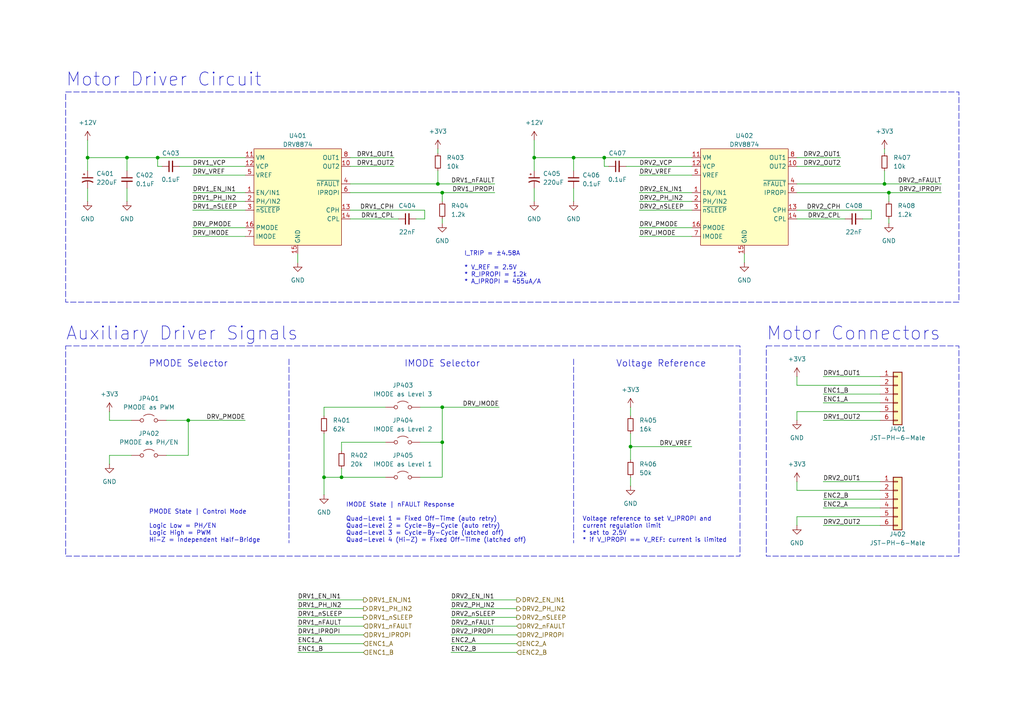
<source format=kicad_sch>
(kicad_sch (version 20231120) (generator "eeschema") (generator_version "8.0")
  (paper "A4")
  (title_block (title "LizardBot 1 Control Board: Motor Driver") (date "2024-06-21") (rev "v1.0.0") (company "Lizard Electronics") (comment 1 "Designed by: Manuel Lagarto"))
  (lib_symbols
    (symbol "Connector_Generic:Conn_01x06" (pin_names (offset 1.016) hide)
      (property "Reference" "J" (at 0 7.62 0))
      (property "Value" "Conn_01x06" (at 0 -10.16 0))
      (symbol "Conn_01x06_1_1"
        (rectangle (start -1.27 -7.493) (end 0 -7.747) (stroke (width 0.1524)))
        (rectangle (start -1.27 -4.953) (end 0 -5.207) (stroke (width 0.1524)))
        (rectangle (start -1.27 -2.413) (end 0 -2.667) (stroke (width 0.1524)))
        (rectangle (start -1.27 0.127) (end 0 -0.127) (stroke (width 0.1524)))
        (rectangle (start -1.27 2.667) (end 0 2.413) (stroke (width 0.1524)))
        (rectangle (start -1.27 5.207) (end 0 4.953) (stroke (width 0.1524)))
        (rectangle (start -1.27 6.35) (end 1.27 -8.89) (stroke (width 0.254)) (fill (type background)))
        (pin passive line (at -5.08 5.08 0) (length 3.81) (name "Pin_1") (number "1"))
        (pin passive line (at -5.08 2.54 0) (length 3.81) (name "Pin_2") (number "2"))
        (pin passive line (at -5.08 0 0) (length 3.81) (name "Pin_3") (number "3"))
        (pin passive line (at -5.08 -2.54 0) (length 3.81) (name "Pin_4") (number "4"))
        (pin passive line (at -5.08 -5.08 0) (length 3.81) (name "Pin_5") (number "5"))
        (pin passive line (at -5.08 -7.62 0) (length 3.81) (name "Pin_6") (number "6"))
      )
    )
    (symbol "Device:C_Polarized_Small_US" (pin_numbers hide) (pin_names (offset 0.254) hide)
      (property "Reference" "C" (at 0.254 1.778 0))
      (property "Value" "C_Polarized_Small_US" (at 0.254 -2.032 0))
      (symbol "C_Polarized_Small_US_0_1"
        (polyline (pts (xy -1.524 0.508) (xy 1.524 0.508)) (stroke (width 0.3048)))
        (polyline (pts (xy -1.27 1.524) (xy -0.762 1.524)))
        (polyline (pts (xy -1.016 1.27) (xy -1.016 1.778)))
        (arc (start 1.524 -0.762) (mid 0 -0.3734) (end -1.524 -0.762) (stroke (width 0.3048)))
      )
      (symbol "C_Polarized_Small_US_1_1"
        (pin passive line (at 0 2.54 270) (length 2.032) (name "~") (number "1"))
        (pin passive line (at 0 -2.54 90) (length 2.032) (name "~") (number "2"))
      )
    )
    (symbol "Device:C_Small" (pin_numbers hide) (pin_names (offset 0.254) hide)
      (property "Reference" "C" (at 0.254 1.778 0))
      (property "Value" "C_Small" (at 0.254 -2.032 0))
      (symbol "C_Small_0_1"
        (polyline (pts (xy -1.524 -0.508) (xy 1.524 -0.508)) (stroke (width 0.3302)))
        (polyline (pts (xy -1.524 0.508) (xy 1.524 0.508)) (stroke (width 0.3048)))
      )
      (symbol "C_Small_1_1"
        (pin passive line (at 0 2.54 270) (length 2.032) (name "~") (number "1"))
        (pin passive line (at 0 -2.54 90) (length 2.032) (name "~") (number "2"))
      )
    )
    (symbol "Device:R_Small" (pin_numbers hide) (pin_names (offset 0.254) hide)
      (property "Reference" "R" (at 0.762 0.508 0))
      (property "Value" "R_Small" (at 0.762 -1.016 0))
      (symbol "R_Small_0_1"
        (rectangle (start -0.762 1.778) (end 0.762 -1.778) (stroke (width 0.2032)))
      )
      (symbol "R_Small_1_1"
        (pin passive line (at 0 2.54 270) (length 0.762) (name "~") (number "1"))
        (pin passive line (at 0 -2.54 90) (length 0.762) (name "~") (number "2"))
      )
    )
    (symbol "Jumper:Jumper_2_Open" (pin_numbers hide) (pin_names (offset 0) hide) (exclude_from_sim yes)
      (property "Reference" "JP" (at 0 2.794 0))
      (property "Value" "Jumper_2_Open" (at 0 -2.286 0))
      (symbol "Jumper_2_Open_0_0"
        (circle (center -2.032 0) (radius 0.508))
        (circle (center 2.032 0) (radius 0.508))
      )
      (symbol "Jumper_2_Open_0_1"
        (arc (start 1.524 1.27) (mid 0 1.778) (end -1.524 1.27))
      )
      (symbol "Jumper_2_Open_1_1"
        (pin passive line (at -5.08 0 0) (length 2.54) (name "A") (number "1"))
        (pin passive line (at 5.08 0 180) (length 2.54) (name "B") (number "2"))
      )
    )
    (symbol "Project_SymbolLib:DRV8874"
      (property "Reference" "U" (at 0 16.51 0))
      (property "Value" "DRV8874" (at 0 13.97 0))
      (symbol "DRV8874_1_1"
        (rectangle (start -12.7 12.7) (end 12.7 -15.24) (fill (type background)))
        (pin input line (at -15.24 0 0) (length 2.54) (name "EN/IN1") (number "1"))
        (pin output line (at 15.24 7.62 180) (length 2.54) (name "OUT2") (number "10"))
        (pin power_in line (at -15.24 10.16 0) (length 2.54) (name "VM") (number "11"))
        (pin power_out line (at -15.24 7.62 0) (length 2.54) (name "VCP") (number "12"))
        (pin power_in line (at 15.24 -5.08 180) (length 2.54) (name "CPH") (number "13"))
        (pin power_in line (at 15.24 -7.62 180) (length 2.54) (name "CPL") (number "14"))
        (pin power_in line (at 0 -17.78 90) (length 2.54) (name "GND") (number "15"))
        (pin input line (at -15.24 -10.16 0) (length 2.54) (name "PMODE") (number "16"))
        (pin power_in line (at 0 -17.78 90) (length 2.54) hide (name "PAD") (number "17"))
        (pin input line (at -15.24 -2.54 0) (length 2.54) (name "PH/IN2") (number "2"))
        (pin input line (at -15.24 -5.08 0) (length 2.54) (name "~{nSLEEP}") (number "3"))
        (pin open_collector line (at 15.24 2.54 180) (length 2.54) (name "~{nFAULT}") (number "4"))
        (pin input line (at -15.24 5.08 0) (length 2.54) (name "VREF") (number "5"))
        (pin output line (at 15.24 0 180) (length 2.54) (name "IPROPI") (number "6"))
        (pin input line (at -15.24 -12.7 0) (length 2.54) (name "IMODE") (number "7"))
        (pin output line (at 15.24 10.16 180) (length 2.54) (name "OUT1") (number "8"))
        (pin power_in line (at 0 -17.78 90) (length 2.54) hide (name "PGND") (number "9"))
      )
    )
    (symbol "power:+12V" (power) (pin_numbers hide) (pin_names (offset 0) hide)
      (property "Value" "+12V" (at 0 3.556 0))
      (symbol "+12V_0_1"
        (polyline (pts (xy -0.762 1.27) (xy 0 2.54)))
        (polyline (pts (xy 0 0) (xy 0 2.54)))
        (polyline (pts (xy 0 2.54) (xy 0.762 1.27)))
      )
      (symbol "+12V_1_1"
        (pin power_in line (at 0 0 90) (length 0) (name "~") (number "1"))
      )
    )
    (symbol "power:+3V3" (power) (pin_numbers hide) (pin_names (offset 0) hide)
      (property "Value" "+3V3" (at 0 3.556 0))
      (symbol "+3V3_0_1"
        (polyline (pts (xy -0.762 1.27) (xy 0 2.54)))
        (polyline (pts (xy 0 0) (xy 0 2.54)))
        (polyline (pts (xy 0 2.54) (xy 0.762 1.27)))
      )
      (symbol "+3V3_1_1"
        (pin power_in line (at 0 0 90) (length 0) (name "~") (number "1"))
      )
    )
    (symbol "power:GND" (power) (pin_numbers hide) (pin_names (offset 0) hide)
      (property "Value" "GND" (at 0 -3.81 0))
      (symbol "GND_0_1"
        (polyline (pts (xy 0 0) (xy 0 -1.27) (xy 1.27 -1.27) (xy 0 -2.54) (xy -1.27 -1.27) (xy 0 -1.27)))
      )
      (symbol "GND_1_1"
        (pin power_in line (at 0 0 270) (length 0) (name "~") (number "1"))
      )
    )
  )
  (junction (at 127 53.34))
  (junction (at 93.98 138.43))
  (junction (at 99.06 138.43))
  (junction (at 128.27 118.11))
  (junction (at 25.4 45.72))
  (junction (at 45.72 45.72))
  (junction (at 128.27 128.27))
  (junction (at 182.88 129.54))
  (junction (at 128.27 55.88))
  (junction (at 154.94 45.72))
  (junction (at 257.81 55.88))
  (junction (at 36.83 45.72))
  (junction (at 166.37 45.72))
  (junction (at 256.54 53.34))
  (junction (at 175.26 45.72))
  (junction (at 54.61 121.92))
  (polyline (pts (xy 83.82 104.14) (xy 83.82 157.48)) (stroke (width 0) (type dash)))
  (wire (pts (xy 257.81 55.88) (xy 273.05 55.88)))
  (wire (pts (xy 86.36 179.07) (xy 105.41 179.07)))
  (wire (pts (xy 128.27 55.88) (xy 128.27 58.42)))
  (wire (pts (xy 31.75 134.62) (xy 31.75 132.08)))
  (wire (pts (xy 101.6 60.96) (xy 123.19 60.96)))
  (wire (pts (xy 45.72 45.72) (xy 45.72 48.26)))
  (wire (pts (xy 25.4 45.72) (xy 36.83 45.72)))
  (wire (pts (xy 127 53.34) (xy 143.51 53.34)))
  (wire (pts (xy 55.88 66.04) (xy 71.12 66.04)))
  (wire (pts (xy 182.88 129.54) (xy 200.66 129.54)))
  (wire (pts (xy 130.81 173.99) (xy 149.86 173.99)))
  (wire (pts (xy 101.6 48.26) (xy 114.3 48.26)))
  (wire (pts (xy 121.92 118.11) (xy 128.27 118.11)))
  (wire (pts (xy 55.88 60.96) (xy 71.12 60.96)))
  (wire (pts (xy 231.14 48.26) (xy 243.84 48.26)))
  (wire (pts (xy 55.88 68.58) (xy 71.12 68.58)))
  (wire (pts (xy 256.54 53.34) (xy 273.05 53.34)))
  (wire (pts (xy 182.88 129.54) (xy 182.88 133.35)))
  (wire (pts (xy 25.4 54.61) (xy 25.4 58.42)))
  (wire (pts (xy 252.73 63.5) (xy 252.73 60.96)))
  (wire (pts (xy 154.94 45.72) (xy 166.37 45.72)))
  (wire (pts (xy 257.81 55.88) (xy 257.81 58.42)))
  (wire (pts (xy 256.54 43.18) (xy 256.54 44.45)))
  (wire (pts (xy 99.06 130.81) (xy 99.06 128.27)))
  (wire (pts (xy 128.27 55.88) (xy 143.51 55.88)))
  (wire (pts (xy 130.81 184.15) (xy 149.86 184.15)))
  (wire (pts (xy 231.14 55.88) (xy 257.81 55.88)))
  (wire (pts (xy 99.06 138.43) (xy 111.76 138.43)))
  (wire (pts (xy 111.76 118.11) (xy 93.98 118.11)))
  (wire (pts (xy 36.83 45.72) (xy 45.72 45.72)))
  (wire (pts (xy 185.42 58.42) (xy 200.66 58.42)))
  (wire (pts (xy 52.07 48.26) (xy 71.12 48.26)))
  (wire (pts (xy 128.27 63.5) (xy 128.27 64.77)))
  (wire (pts (xy 154.94 40.64) (xy 154.94 45.72)))
  (wire (pts (xy 238.76 139.7) (xy 255.27 139.7)))
  (wire (pts (xy 231.14 60.96) (xy 252.73 60.96)))
  (wire (pts (xy 127 49.53) (xy 127 53.34)))
  (wire (pts (xy 121.92 128.27) (xy 128.27 128.27)))
  (wire (pts (xy 101.6 45.72) (xy 114.3 45.72)))
  (wire (pts (xy 86.36 181.61) (xy 105.41 181.61)))
  (wire (pts (xy 36.83 45.72) (xy 36.83 49.53)))
  (wire (pts (xy 231.14 139.7) (xy 231.14 142.24)))
  (wire (pts (xy 31.75 132.08) (xy 38.1 132.08)))
  (wire (pts (xy 238.76 116.84) (xy 255.27 116.84)))
  (wire (pts (xy 48.26 121.92) (xy 54.61 121.92)))
  (wire (pts (xy 185.42 55.88) (xy 200.66 55.88)))
  (wire (pts (xy 86.36 173.99) (xy 105.41 173.99)))
  (wire (pts (xy 231.14 111.76) (xy 255.27 111.76)))
  (wire (pts (xy 54.61 121.92) (xy 71.12 121.92)))
  (wire (pts (xy 130.81 179.07) (xy 149.86 179.07)))
  (wire (pts (xy 55.88 50.8) (xy 71.12 50.8)))
  (wire (pts (xy 86.36 189.23) (xy 105.41 189.23)))
  (wire (pts (xy 231.14 152.4) (xy 231.14 149.86)))
  (wire (pts (xy 128.27 138.43) (xy 128.27 128.27)))
  (wire (pts (xy 55.88 58.42) (xy 71.12 58.42)))
  (wire (pts (xy 176.53 48.26) (xy 175.26 48.26)))
  (wire (pts (xy 175.26 45.72) (xy 200.66 45.72)))
  (wire (pts (xy 127 43.18) (xy 127 44.45)))
  (wire (pts (xy 182.88 118.11) (xy 182.88 120.65)))
  (polyline (pts (xy 166.37 104.14) (xy 166.37 157.48)) (stroke (width 0) (type dash)))
  (wire (pts (xy 86.36 176.53) (xy 105.41 176.53)))
  (wire (pts (xy 256.54 49.53) (xy 256.54 53.34)))
  (wire (pts (xy 93.98 138.43) (xy 99.06 138.43)))
  (wire (pts (xy 215.9 73.66) (xy 215.9 76.2)))
  (wire (pts (xy 257.81 63.5) (xy 257.81 64.77)))
  (wire (pts (xy 238.76 121.92) (xy 255.27 121.92)))
  (wire (pts (xy 120.65 63.5) (xy 123.19 63.5)))
  (wire (pts (xy 25.4 45.72) (xy 25.4 49.53)))
  (wire (pts (xy 128.27 118.11) (xy 144.78 118.11)))
  (wire (pts (xy 231.14 121.92) (xy 231.14 119.38)))
  (wire (pts (xy 231.14 53.34) (xy 256.54 53.34)))
  (wire (pts (xy 154.94 54.61) (xy 154.94 58.42)))
  (wire (pts (xy 181.61 48.26) (xy 200.66 48.26)))
  (wire (pts (xy 231.14 109.22) (xy 231.14 111.76)))
  (wire (pts (xy 45.72 45.72) (xy 71.12 45.72)))
  (wire (pts (xy 231.14 63.5) (xy 245.11 63.5)))
  (wire (pts (xy 48.26 132.08) (xy 54.61 132.08)))
  (wire (pts (xy 250.19 63.5) (xy 252.73 63.5)))
  (wire (pts (xy 121.92 138.43) (xy 128.27 138.43)))
  (wire (pts (xy 99.06 135.89) (xy 99.06 138.43)))
  (wire (pts (xy 231.14 45.72) (xy 243.84 45.72)))
  (wire (pts (xy 93.98 118.11) (xy 93.98 120.65)))
  (wire (pts (xy 55.88 55.88) (xy 71.12 55.88)))
  (wire (pts (xy 238.76 152.4) (xy 255.27 152.4)))
  (wire (pts (xy 175.26 45.72) (xy 175.26 48.26)))
  (wire (pts (xy 130.81 189.23) (xy 149.86 189.23)))
  (wire (pts (xy 166.37 54.61) (xy 166.37 58.42)))
  (wire (pts (xy 31.75 119.38) (xy 31.75 121.92)))
  (wire (pts (xy 128.27 118.11) (xy 128.27 128.27)))
  (wire (pts (xy 93.98 143.51) (xy 93.98 138.43)))
  (wire (pts (xy 46.99 48.26) (xy 45.72 48.26)))
  (wire (pts (xy 86.36 184.15) (xy 105.41 184.15)))
  (wire (pts (xy 93.98 125.73) (xy 93.98 138.43)))
  (wire (pts (xy 36.83 54.61) (xy 36.83 58.42)))
  (wire (pts (xy 185.42 66.04) (xy 200.66 66.04)))
  (wire (pts (xy 231.14 119.38) (xy 255.27 119.38)))
  (wire (pts (xy 101.6 53.34) (xy 127 53.34)))
  (wire (pts (xy 231.14 149.86) (xy 255.27 149.86)))
  (wire (pts (xy 185.42 50.8) (xy 200.66 50.8)))
  (wire (pts (xy 182.88 125.73) (xy 182.88 129.54)))
  (wire (pts (xy 31.75 121.92) (xy 38.1 121.92)))
  (wire (pts (xy 86.36 73.66) (xy 86.36 76.2)))
  (wire (pts (xy 166.37 45.72) (xy 166.37 49.53)))
  (wire (pts (xy 99.06 128.27) (xy 111.76 128.27)))
  (wire (pts (xy 238.76 147.32) (xy 255.27 147.32)))
  (wire (pts (xy 130.81 176.53) (xy 149.86 176.53)))
  (wire (pts (xy 166.37 45.72) (xy 175.26 45.72)))
  (wire (pts (xy 86.36 186.69) (xy 105.41 186.69)))
  (wire (pts (xy 185.42 60.96) (xy 200.66 60.96)))
  (wire (pts (xy 123.19 63.5) (xy 123.19 60.96)))
  (wire (pts (xy 25.4 40.64) (xy 25.4 45.72)))
  (wire (pts (xy 238.76 114.3) (xy 255.27 114.3)))
  (wire (pts (xy 238.76 144.78) (xy 255.27 144.78)))
  (wire (pts (xy 130.81 181.61) (xy 149.86 181.61)))
  (wire (pts (xy 130.81 186.69) (xy 149.86 186.69)))
  (wire (pts (xy 54.61 121.92) (xy 54.61 132.08)))
  (wire (pts (xy 182.88 138.43) (xy 182.88 140.97)))
  (wire (pts (xy 238.76 109.22) (xy 255.27 109.22)))
  (wire (pts (xy 101.6 63.5) (xy 115.57 63.5)))
  (wire (pts (xy 185.42 68.58) (xy 200.66 68.58)))
  (wire (pts (xy 154.94 45.72) (xy 154.94 49.53)))
  (wire (pts (xy 231.14 142.24) (xy 255.27 142.24)))
  (wire (pts (xy 101.6 55.88) (xy 128.27 55.88)))
  (rectangle (start 222.25 100.33) (end 278.13 161.29) (stroke (width 0) (type dash)))
  (rectangle (start 19.05 100.33) (end 214.63 161.29) (stroke (width 0) (type dash)))
  (rectangle (start 19.05 26.67) (end 278.13 87.63) (stroke (width 0) (type dash)))
  (text "I_TRIP = ±4.58A\n\n* V_REF = 2.5V\n* R_IPROPI = 1.2k\n* A_IPROPI = 455uA/A" (at 134.62 82.55 0) (effects (font (size 1.27 1.27)) (justify left bottom)))
  (text "IMODE State | nFAULT Response\n\nQuad-Level 1 = Fixed Off-Time (auto retry)\nQuad-Level 2 = Cycle-By-Cycle (auto retry)\nQuad-Level 3 = Cycle-By-Cycle (latched off)\nQuad-Level 4 (Hi-Z) = Fixed Off-Time (latched off)" (at 100.33 157.48 0) (effects (font (size 1.27 1.27)) (justify left bottom)))
  (text "Voltage Reference" (at 191.77 106.68 0) (effects (font (size 1.905 1.905)) (justify bottom)))
  (text "IMODE Selector" (at 128.27 106.68 0) (effects (font (size 1.905 1.905)) (justify bottom)))
  (text "Motor Driver Circuit" (at 19.05 25.4 0) (effects (font (size 3.81 3.81)) (justify left bottom)))
  (text "PMODE Selector" (at 54.61 106.68 0) (effects (font (size 1.905 1.905)) (justify bottom)))
  (text "PMODE State | Control Mode\n\nLogic Low = PH/EN\nLogic High = PWM\nHi-Z = Independent Half-Bridge" (at 43.18 157.48 0) (effects (font (size 1.27 1.27)) (justify left bottom)))
  (text "Auxiliary Driver Signals" (at 19.05 99.06 0) (effects (font (size 3.81 3.81)) (justify left bottom)))
  (text "Motor Connectors" (at 222.25 99.06 0) (effects (font (size 3.81 3.81)) (justify left bottom)))
  (text "Voltage reference to set V_IPROPI and\ncurrent regulation limit\n* set to 2.5V\n* if V_IPROPI == V_REF: current is limited" (at 168.91 157.48 0) (effects (font (size 1.27 1.27)) (justify left bottom)))
  (label "DRV_PMODE" (at 55.88 66.04 0))
  (label "DRV1_IPROPI" (at 86.36 184.15 0))
  (label "DRV2_EN_IN1" (at 130.81 173.99 0))
  (label "DRV1_OUT1" (at 114.3 45.72 180))
  (label "DRV2_IPROPI" (at 130.81 184.15 0))
  (label "ENC2_B" (at 238.76 144.78 0))
  (label "DRV2_OUT2" (at 238.76 152.4 0))
  (label "DRV2_OUT1" (at 238.76 139.7 0))
  (label "DRV2_nFAULT" (at 273.05 53.34 180))
  (label "ENC1_A" (at 238.76 116.84 0))
  (label "ENC2_A" (at 130.81 186.69 0))
  (label "ENC1_A" (at 86.36 186.69 0))
  (label "DRV1_nSLEEP" (at 86.36 179.07 0))
  (label "DRV1_CPL" (at 114.3 63.5 180))
  (label "DRV1_CPH" (at 114.3 60.96 180))
  (label "DRV1_nFAULT" (at 143.51 53.34 180))
  (label "DRV_IMODE" (at 55.88 68.58 0))
  (label "DRV1_EN_IN1" (at 86.36 173.99 0))
  (label "DRV1_nFAULT" (at 86.36 181.61 0))
  (label "DRV_PMODE" (at 71.12 121.92 180))
  (label "DRV2_nFAULT" (at 130.81 181.61 0))
  (label "ENC1_B" (at 86.36 189.23 0))
  (label "DRV2_OUT2" (at 243.84 48.26 180))
  (label "DRV2_VCP" (at 185.42 48.26 0))
  (label "DRV1_nSLEEP" (at 55.88 60.96 0))
  (label "DRV2_nSLEEP" (at 185.42 60.96 0))
  (label "DRV2_PH_IN2" (at 185.42 58.42 0))
  (label "DRV1_EN_IN1" (at 55.88 55.88 0))
  (label "DRV1_VCP" (at 55.88 48.26 0))
  (label "DRV1_OUT2" (at 114.3 48.26 180))
  (label "DRV1_PH_IN2" (at 86.36 176.53 0))
  (label "DRV_VREF" (at 55.88 50.8 0))
  (label "ENC2_B" (at 130.81 189.23 0))
  (label "DRV1_OUT2" (at 238.76 121.92 0))
  (label "DRV1_PH_IN2" (at 55.88 58.42 0))
  (label "DRV2_CPL" (at 243.84 63.5 180))
  (label "ENC2_A" (at 238.76 147.32 0))
  (label "DRV_IMODE" (at 144.78 118.11 180))
  (label "DRV_VREF" (at 200.66 129.54 180))
  (label "DRV2_PH_IN2" (at 130.81 176.53 0))
  (label "DRV2_CPH" (at 243.84 60.96 180))
  (label "DRV_VREF" (at 185.42 50.8 0))
  (label "DRV_IMODE" (at 185.42 68.58 0))
  (label "DRV1_IPROPI" (at 143.51 55.88 180))
  (label "DRV2_OUT1" (at 243.84 45.72 180))
  (label "DRV2_nSLEEP" (at 130.81 179.07 0))
  (label "DRV2_EN_IN1" (at 185.42 55.88 0))
  (label "DRV_PMODE" (at 185.42 66.04 0))
  (label "ENC1_B" (at 238.76 114.3 0))
  (label "DRV1_OUT1" (at 238.76 109.22 0))
  (label "DRV2_IPROPI" (at 273.05 55.88 180))
  (hierarchical_label "DRV1_IPROPI" (shape input) (at 105.41 184.15 0))
  (hierarchical_label "DRV2_nFAULT" (shape input) (at 149.86 181.61 0))
  (hierarchical_label "DRV2_EN_IN1" (shape output) (at 149.86 173.99 0))
  (hierarchical_label "ENC1_A" (shape input) (at 105.41 186.69 0))
  (hierarchical_label "ENC2_B" (shape input) (at 149.86 189.23 0))
  (hierarchical_label "DRV1_EN_IN1" (shape output) (at 105.41 173.99 0))
  (hierarchical_label "ENC1_B" (shape input) (at 105.41 189.23 0))
  (hierarchical_label "DRV1_nSLEEP" (shape output) (at 105.41 179.07 0))
  (hierarchical_label "DRV1_nFAULT" (shape input) (at 105.41 181.61 0))
  (hierarchical_label "ENC2_A" (shape input) (at 149.86 186.69 0))
  (hierarchical_label "DRV2_IPROPI" (shape input) (at 149.86 184.15 0))
  (hierarchical_label "DRV2_PH_IN2" (shape output) (at 149.86 176.53 0))
  (hierarchical_label "DRV1_PH_IN2" (shape output) (at 105.41 176.53 0))
  (hierarchical_label "DRV2_nSLEEP" (shape output) (at 149.86 179.07 0))
  (symbol (lib_id "power:+3V3") (at 182.88 118.11 0) (unit 1)
    (property "Reference" "#PWR0413" (effects (hide yes)))
    (property "Value" "+3V3" (at 182.88 113.03 0))
    (property "Description" "Power symbol creates a global label with name \"+3V3\"" (effects (hide yes)))
  )
  (symbol (lib_id "power:GND") (at 231.14 121.92 0) (unit 1)
    (property "Reference" "#PWR0417" (effects (hide yes)))
    (property "Value" "GND" (at 231.14 127 0))
    (property "Description" "Power symbol creates a global label with name \"GND\" , ground" (effects (hide yes)))
  )
  (symbol (lib_id "Device:R_Small") (at 127 46.99 0) (unit 1)
    (property "Reference" "R403" (at 129.54 45.7199 0) (effects (justify left)))
    (property "Value" "10k" (at 129.54 48.2599 0) (effects (justify left)))
    (property "Footprint" "Resistor_SMD:R_0805_2012Metric_Pad1.20x1.40mm_HandSolder" (effects (hide yes)))
    (property "Description" "Resistor, small symbol" (effects (hide yes)))
  )
  (symbol (lib_id "power:+12V") (at 154.94 40.64 0) (unit 1)
    (property "Reference" "#PWR0410" (effects (hide yes)))
    (property "Value" "+12V" (at 154.94 35.56 0))
    (property "Description" "Power symbol creates a global label with name \"+12V\"" (effects (hide yes)))
  )
  (symbol (lib_id "power:GND") (at 215.9 76.2 0) (unit 1)
    (property "Reference" "#PWR0415" (effects (hide yes)))
    (property "Value" "GND" (at 215.9 81.28 0))
    (property "Description" "Power symbol creates a global label with name \"GND\" , ground" (effects (hide yes)))
  )
  (symbol (lib_id "Device:C_Polarized_Small_US") (at 25.4 52.07 0) (unit 1)
    (property "Reference" "C401" (at 27.94 50.3681 0) (effects (justify left)))
    (property "Value" "220uF" (at 27.94 52.9081 0) (effects (justify left)))
    (property "Footprint" "Capacitor_SMD:CP_Elec_8x10" (effects (hide yes)))
    (property "Description" "Polarized capacitor, small US symbol" (effects (hide yes)))
  )
  (symbol (lib_id "Jumper:Jumper_2_Open") (at 43.18 121.92 0) (unit 1) (exclude_from_sim yes) (in_bom no)
    (property "Reference" "JP401" (at 43.18 115.57 0))
    (property "Value" "PMODE as PWM" (at 43.18 118.11 0))
    (property "Footprint" "Jumper:SolderJumper-2_P1.3mm_Open_TrianglePad1.0x1.5mm" (effects (hide yes)))
    (property "Description" "Jumper, 2-pole, open" (effects (hide yes)))
  )
  (symbol (lib_id "power:GND") (at 25.4 58.42 0) (unit 1)
    (property "Reference" "#PWR0402" (effects (hide yes)))
    (property "Value" "GND" (at 25.4 63.5 0))
    (property "Description" "Power symbol creates a global label with name \"GND\" , ground" (effects (hide yes)))
  )
  (symbol (lib_id "power:+3V3") (at 231.14 139.7 0) (unit 1)
    (property "Reference" "#PWR0418" (effects (hide yes)))
    (property "Value" "+3V3" (at 231.14 134.62 0))
    (property "Description" "Power symbol creates a global label with name \"+3V3\"" (effects (hide yes)))
  )
  (symbol (lib_id "Device:R_Small") (at 182.88 135.89 0) (unit 1)
    (property "Reference" "R406" (at 185.42 134.6199 0) (effects (justify left)))
    (property "Value" "50k" (at 185.42 137.1599 0) (effects (justify left)))
    (property "Footprint" "Resistor_SMD:R_0805_2012Metric_Pad1.20x1.40mm_HandSolder" (effects (hide yes)))
    (property "Description" "Resistor, small symbol" (effects (hide yes)))
  )
  (symbol (lib_id "power:GND") (at 31.75 134.62 0) (unit 1)
    (property "Reference" "#PWR0404" (effects (hide yes)))
    (property "Value" "GND" (at 31.75 139.7 0))
    (property "Description" "Power symbol creates a global label with name \"GND\" , ground" (effects (hide yes)))
  )
  (symbol (lib_id "Project_SymbolLib:DRV8874") (at 86.36 55.88 0) (unit 1)
    (property "Reference" "U401" (at 86.36 39.37 0))
    (property "Value" "DRV8874" (at 86.36 41.91 0))
    (property "Footprint" "Package_SO:HTSSOP-16-1EP_4.4x5mm_P0.65mm_EP3.4x5mm_Mask3x3mm_ThermalVias" (effects (hide yes)))
    (property "Datasheet" "https://www.ti.com/lit/ds/symlink/drv8874.pdf?ts=1718834450917&ref_url=https%253A%252F%252Fwww.ti.com%252Fproduct%252FDRV8874%253Futm_source%253Dgoogle%2526utm_medium%253Dcpc%2526utm_campaign%253Dasc-mdbu-null-44700045336317170_prodfolderdynamic-cpc-pf-google-wwe_int%2526utm_content%253Dprodfolddynamic%2526ds_k%253DDYNAMIC+SEARCH+ADS%2526DCM%253Dyes%2526gad_source%253D1%2526gclid%253DCjwKCAjwg8qzBhAoEiwAWagLrHgw3nMePEtZQg7whL3uvlov6p_00x-73aNy10CgRcNEWrYqbWOjSRoCPsoQAvD_BwE%2526gclsrc%253Daw.ds%2526bm-verify%253DAAQAAAAJ_____16MrJ0YLU_1AnrFyIZoLrZsTDGlrjVCu5J7SCRGPrh83DE6RUrkT-oh8uNEAuwEYrRH_oiTENqDZ6SGkA6eLJaRXFD6uC9KbLu7Zav1H4WzcnIs-EGnQD3wvpd8hgXs66sw2-nX1S-i5hJG7sY0jlOKvoW7myQXP7JlyQ_SonB3ygOmd10cE9t8WTvhqyFA2HYyigAA6YgTd7iMjb2cNinkS2indHzBbv3yv8hUB1ia2tuMXYvt7Q5e2EffqAVqwfH9T5qnUQGm9BEqGibLgUOToWkQxwugwBkVa2rve4vyrJqJ1pafwPgSsm4SeY-XydJ75xzZbmsgq3Lm2WS-FUczyALftq2f_kaReH_s-J1P4gmHjPMtfttawFN2fTsPutEhOAywMkgVpASmoNgoXvIoXqLgFUGOBiRDfedODB00Ni9pW71FjhnZ22uY1XHJIfvfWsACkXhWTV6Vl7BrlDPYtmGeGnQUQbspI5a4VWy_AMUZR-wmDkZS9aDbIWvK5KF8WkISAAft2Qex6TSDTSEVVpqcKaEBKjl2XBHusm1UOAkFWdJQ5zeY32ylpm9oRozGm8snn7kgA9rTWv51lqU9JFqcBgpJEWyC-YTsAvXsiD39pBTBtbKb54GTQjA4rfHvTFhH3mEZfF27IyPet8ev--3UKLtV5sGO01l_tDTjMRFctgNOkLmqOfSSqPko2vnrOOx0DFTKuSUK4xf4aaXcE_HBuTCv1aTKiiUoCE3VJFiS9tjKjg" (effects (hide yes)))
    (property "Description" "H-Bridge Motor Driver With Integrated Current Sense and Regulation" (effects (hide yes)))
  )
  (symbol (lib_id "Connector_Generic:Conn_01x06") (at 260.35 144.78 0) (unit 1)
    (property "Reference" "J402" (at 260.35 154.94 0))
    (property "Value" "JST-PH-6-Male" (at 260.35 157.48 0))
    (property "Footprint" "Connector_JST:JST_PH_S6B-PH-K_1x06_P2.00mm_Horizontal" (effects (hide yes)))
    (property "Description" "Generic connector, single row, 01x06, script generated (kicad-library-utils/schlib/autogen/connector/)" (effects (hide yes)))
  )
  (symbol (lib_id "power:+3V3") (at 256.54 43.18 0) (unit 1)
    (property "Reference" "#PWR0420" (effects (hide yes)))
    (property "Value" "+3V3" (at 256.54 38.1 0))
    (property "Description" "Power symbol creates a global label with name \"+3V3\"" (effects (hide yes)))
  )
  (symbol (lib_id "Device:R_Small") (at 99.06 133.35 0) (unit 1)
    (property "Reference" "R402" (at 101.6 132.0799 0) (effects (justify left)))
    (property "Value" "20k" (at 101.6 134.6199 0) (effects (justify left)))
    (property "Footprint" "Resistor_SMD:R_0805_2012Metric_Pad1.20x1.40mm_HandSolder" (effects (hide yes)))
    (property "Description" "Resistor, small symbol" (effects (hide yes)))
  )
  (symbol (lib_id "power:GND") (at 154.94 58.42 0) (unit 1)
    (property "Reference" "#PWR0411" (effects (hide yes)))
    (property "Value" "GND" (at 154.94 63.5 0))
    (property "Description" "Power symbol creates a global label with name \"GND\" , ground" (effects (hide yes)))
  )
  (symbol (lib_id "Device:R_Small") (at 257.81 60.96 0) (unit 1)
    (property "Reference" "R408" (at 260.35 59.6899 0) (effects (justify left)))
    (property "Value" "1.2k" (at 260.35 62.2299 0) (effects (justify left)))
    (property "Footprint" "Resistor_SMD:R_0805_2012Metric_Pad1.20x1.40mm_HandSolder" (effects (hide yes)))
    (property "Description" "Resistor, small symbol" (effects (hide yes)))
  )
  (symbol (lib_id "power:+3V3") (at 127 43.18 0) (unit 1)
    (property "Reference" "#PWR0408" (effects (hide yes)))
    (property "Value" "+3V3" (at 127 38.1 0))
    (property "Description" "Power symbol creates a global label with name \"+3V3\"" (effects (hide yes)))
  )
  (symbol (lib_id "Device:R_Small") (at 128.27 60.96 0) (unit 1)
    (property "Reference" "R404" (at 130.81 59.6899 0) (effects (justify left)))
    (property "Value" "1.2k" (at 130.81 62.2299 0) (effects (justify left)))
    (property "Footprint" "Resistor_SMD:R_0805_2012Metric_Pad1.20x1.40mm_HandSolder" (effects (hide yes)))
    (property "Description" "Resistor, small symbol" (effects (hide yes)))
  )
  (symbol (lib_id "Device:C_Small") (at 166.37 52.07 0) (unit 1)
    (property "Reference" "C406" (at 168.91 50.8062 0) (effects (justify left)))
    (property "Value" "0.1uF" (at 168.91 53.3462 0) (effects (justify left)))
    (property "Footprint" "Capacitor_SMD:C_0603_1608Metric_Pad1.08x0.95mm_HandSolder" (effects (hide yes)))
    (property "Description" "Unpolarized capacitor, small symbol" (effects (hide yes)))
  )
  (symbol (lib_id "Jumper:Jumper_2_Open") (at 116.84 138.43 0) (unit 1) (exclude_from_sim yes) (in_bom no)
    (property "Reference" "JP405" (at 116.84 132.08 0))
    (property "Value" "IMODE as Level 1" (at 116.84 134.62 0))
    (property "Footprint" "Jumper:SolderJumper-2_P1.3mm_Open_TrianglePad1.0x1.5mm" (effects (hide yes)))
    (property "Description" "Jumper, 2-pole, open" (effects (hide yes)))
  )
  (symbol (lib_id "power:GND") (at 257.81 64.77 0) (unit 1)
    (property "Reference" "#PWR0421" (effects (hide yes)))
    (property "Value" "GND" (at 257.81 69.85 0))
    (property "Description" "Power symbol creates a global label with name \"GND\" , ground" (effects (hide yes)))
  )
  (symbol (lib_id "power:+3V3") (at 31.75 119.38 0) (unit 1)
    (property "Reference" "#PWR0403" (effects (hide yes)))
    (property "Value" "+3V3" (at 31.75 114.3 0))
    (property "Description" "Power symbol creates a global label with name \"+3V3\"" (effects (hide yes)))
  )
  (symbol (lib_id "Device:R_Small") (at 182.88 123.19 0) (unit 1)
    (property "Reference" "R405" (at 185.42 121.9199 0) (effects (justify left)))
    (property "Value" "16k" (at 185.42 124.4599 0) (effects (justify left)))
    (property "Footprint" "Resistor_SMD:R_0805_2012Metric_Pad1.20x1.40mm_HandSolder" (effects (hide yes)))
    (property "Description" "Resistor, small symbol" (effects (hide yes)))
  )
  (symbol (lib_id "Device:C_Small") (at 36.83 52.07 0) (unit 1)
    (property "Reference" "C402" (at 39.37 50.8062 0) (effects (justify left)))
    (property "Value" "0.1uF" (at 39.37 53.3462 0) (effects (justify left)))
    (property "Footprint" "Capacitor_SMD:C_0603_1608Metric_Pad1.08x0.95mm_HandSolder" (effects (hide yes)))
    (property "Description" "Unpolarized capacitor, small symbol" (effects (hide yes)))
  )
  (symbol (lib_id "Device:C_Polarized_Small_US") (at 154.94 52.07 0) (unit 1)
    (property "Reference" "C405" (at 157.48 50.3681 0) (effects (justify left)))
    (property "Value" "220uF" (at 157.48 52.9081 0) (effects (justify left)))
    (property "Footprint" "Capacitor_SMD:CP_Elec_8x10" (effects (hide yes)))
    (property "Description" "Polarized capacitor, small US symbol" (effects (hide yes)))
  )
  (symbol (lib_id "power:+3V3") (at 231.14 109.22 0) (unit 1)
    (property "Reference" "#PWR0416" (effects (hide yes)))
    (property "Value" "+3V3" (at 231.14 104.14 0))
    (property "Description" "Power symbol creates a global label with name \"+3V3\"" (effects (hide yes)))
  )
  (symbol (lib_id "Device:R_Small") (at 256.54 46.99 0) (unit 1)
    (property "Reference" "R407" (at 259.08 45.7199 0) (effects (justify left)))
    (property "Value" "10k" (at 259.08 48.2599 0) (effects (justify left)))
    (property "Footprint" "Resistor_SMD:R_0805_2012Metric_Pad1.20x1.40mm_HandSolder" (effects (hide yes)))
    (property "Description" "Resistor, small symbol" (effects (hide yes)))
  )
  (symbol (lib_id "power:GND") (at 182.88 140.97 0) (unit 1)
    (property "Reference" "#PWR0414" (effects (hide yes)))
    (property "Value" "GND" (at 182.88 146.05 0))
    (property "Description" "Power symbol creates a global label with name \"GND\" , ground" (effects (hide yes)))
  )
  (symbol (lib_id "power:GND") (at 93.98 143.51 0) (unit 1)
    (property "Reference" "#PWR0407" (effects (hide yes)))
    (property "Value" "GND" (at 93.98 148.59 0))
    (property "Description" "Power symbol creates a global label with name \"GND\" , ground" (effects (hide yes)))
  )
  (symbol (lib_id "power:GND") (at 231.14 152.4 0) (unit 1)
    (property "Reference" "#PWR0419" (effects (hide yes)))
    (property "Value" "GND" (at 231.14 157.48 0))
    (property "Description" "Power symbol creates a global label with name \"GND\" , ground" (effects (hide yes)))
  )
  (symbol (lib_id "Project_SymbolLib:DRV8874") (at 215.9 55.88 0) (unit 1)
    (property "Reference" "U402" (at 215.9 39.37 0))
    (property "Value" "DRV8874" (at 215.9 41.91 0))
    (property "Footprint" "Package_SO:HTSSOP-16-1EP_4.4x5mm_P0.65mm_EP3.4x5mm_Mask3x3mm_ThermalVias" (effects (hide yes)))
    (property "Datasheet" "https://www.ti.com/lit/ds/symlink/drv8874.pdf?ts=1718834450917&ref_url=https%253A%252F%252Fwww.ti.com%252Fproduct%252FDRV8874%253Futm_source%253Dgoogle%2526utm_medium%253Dcpc%2526utm_campaign%253Dasc-mdbu-null-44700045336317170_prodfolderdynamic-cpc-pf-google-wwe_int%2526utm_content%253Dprodfolddynamic%2526ds_k%253DDYNAMIC+SEARCH+ADS%2526DCM%253Dyes%2526gad_source%253D1%2526gclid%253DCjwKCAjwg8qzBhAoEiwAWagLrHgw3nMePEtZQg7whL3uvlov6p_00x-73aNy10CgRcNEWrYqbWOjSRoCPsoQAvD_BwE%2526gclsrc%253Daw.ds%2526bm-verify%253DAAQAAAAJ_____16MrJ0YLU_1AnrFyIZoLrZsTDGlrjVCu5J7SCRGPrh83DE6RUrkT-oh8uNEAuwEYrRH_oiTENqDZ6SGkA6eLJaRXFD6uC9KbLu7Zav1H4WzcnIs-EGnQD3wvpd8hgXs66sw2-nX1S-i5hJG7sY0jlOKvoW7myQXP7JlyQ_SonB3ygOmd10cE9t8WTvhqyFA2HYyigAA6YgTd7iMjb2cNinkS2indHzBbv3yv8hUB1ia2tuMXYvt7Q5e2EffqAVqwfH9T5qnUQGm9BEqGibLgUOToWkQxwugwBkVa2rve4vyrJqJ1pafwPgSsm4SeY-XydJ75xzZbmsgq3Lm2WS-FUczyALftq2f_kaReH_s-J1P4gmHjPMtfttawFN2fTsPutEhOAywMkgVpASmoNgoXvIoXqLgFUGOBiRDfedODB00Ni9pW71FjhnZ22uY1XHJIfvfWsACkXhWTV6Vl7BrlDPYtmGeGnQUQbspI5a4VWy_AMUZR-wmDkZS9aDbIWvK5KF8WkISAAft2Qex6TSDTSEVVpqcKaEBKjl2XBHusm1UOAkFWdJQ5zeY32ylpm9oRozGm8snn7kgA9rTWv51lqU9JFqcBgpJEWyC-YTsAvXsiD39pBTBtbKb54GTQjA4rfHvTFhH3mEZfF27IyPet8ev--3UKLtV5sGO01l_tDTjMRFctgNOkLmqOfSSqPko2vnrOOx0DFTKuSUK4xf4aaXcE_HBuTCv1aTKiiUoCE3VJFiS9tjKjg" (effects (hide yes)))
    (property "Description" "H-Bridge Motor Driver With Integrated Current Sense and Regulation" (effects (hide yes)))
  )
  (symbol (lib_id "Device:C_Small") (at 118.11 63.5 90) (unit 1)
    (property "Reference" "C404" (at 118.11 59.69 90))
    (property "Value" "22nF" (at 118.11 67.31 90))
    (property "Footprint" "Capacitor_SMD:C_0805_2012Metric_Pad1.18x1.45mm_HandSolder" (effects (hide yes)))
    (property "Description" "Unpolarized capacitor, small symbol" (effects (hide yes)))
  )
  (symbol (lib_id "Device:R_Small") (at 93.98 123.19 0) (unit 1)
    (property "Reference" "R401" (at 96.52 121.9199 0) (effects (justify left)))
    (property "Value" "62k" (at 96.52 124.4599 0) (effects (justify left)))
    (property "Footprint" "Resistor_SMD:R_0805_2012Metric_Pad1.20x1.40mm_HandSolder" (effects (hide yes)))
    (property "Description" "Resistor, small symbol" (effects (hide yes)))
  )
  (symbol (lib_id "Jumper:Jumper_2_Open") (at 43.18 132.08 0) (unit 1) (exclude_from_sim yes) (in_bom no)
    (property "Reference" "JP402" (at 43.18 125.73 0))
    (property "Value" "PMODE as PH/EN" (at 43.18 128.27 0))
    (property "Footprint" "Jumper:SolderJumper-2_P1.3mm_Open_TrianglePad1.0x1.5mm" (effects (hide yes)))
    (property "Description" "Jumper, 2-pole, open" (effects (hide yes)))
  )
  (symbol (lib_id "Jumper:Jumper_2_Open") (at 116.84 128.27 0) (unit 1) (exclude_from_sim yes) (in_bom no)
    (property "Reference" "JP404" (at 116.84 121.92 0))
    (property "Value" "IMODE as Level 2" (at 116.84 124.46 0))
    (property "Footprint" "Jumper:SolderJumper-2_P1.3mm_Open_TrianglePad1.0x1.5mm" (effects (hide yes)))
    (property "Description" "Jumper, 2-pole, open" (effects (hide yes)))
  )
  (symbol (lib_id "power:+12V") (at 25.4 40.64 0) (unit 1)
    (property "Reference" "#PWR0401" (effects (hide yes)))
    (property "Value" "+12V" (at 25.4 35.56 0))
    (property "Description" "Power symbol creates a global label with name \"+12V\"" (effects (hide yes)))
  )
  (symbol (lib_id "Connector_Generic:Conn_01x06") (at 260.35 114.3 0) (unit 1)
    (property "Reference" "J401" (at 260.35 124.46 0))
    (property "Value" "JST-PH-6-Male" (at 260.35 127 0))
    (property "Footprint" "Connector_JST:JST_PH_S6B-PH-K_1x06_P2.00mm_Horizontal" (effects (hide yes)))
    (property "Description" "Generic connector, single row, 01x06, script generated (kicad-library-utils/schlib/autogen/connector/)" (effects (hide yes)))
  )
  (symbol (lib_id "Device:C_Small") (at 49.53 48.26 90) (unit 1)
    (property "Reference" "C403" (at 49.53 44.45 90))
    (property "Value" "0.1uF" (at 49.53 52.07 90))
    (property "Footprint" "Capacitor_SMD:C_0603_1608Metric_Pad1.08x0.95mm_HandSolder" (effects (hide yes)))
    (property "Description" "Unpolarized capacitor, small symbol" (effects (hide yes)))
  )
  (symbol (lib_id "power:GND") (at 128.27 64.77 0) (unit 1)
    (property "Reference" "#PWR0409" (effects (hide yes)))
    (property "Value" "GND" (at 128.27 69.85 0))
    (property "Description" "Power symbol creates a global label with name \"GND\" , ground" (effects (hide yes)))
  )
  (symbol (lib_id "power:GND") (at 86.36 76.2 0) (unit 1)
    (property "Reference" "#PWR0406" (effects (hide yes)))
    (property "Value" "GND" (at 86.36 81.28 0))
    (property "Description" "Power symbol creates a global label with name \"GND\" , ground" (effects (hide yes)))
  )
  (symbol (lib_id "Jumper:Jumper_2_Open") (at 116.84 118.11 0) (unit 1) (exclude_from_sim yes) (in_bom no)
    (property "Reference" "JP403" (at 116.84 111.76 0))
    (property "Value" "IMODE as Level 3" (at 116.84 114.3 0))
    (property "Footprint" "Jumper:SolderJumper-2_P1.3mm_Open_TrianglePad1.0x1.5mm" (effects (hide yes)))
    (property "Description" "Jumper, 2-pole, open" (effects (hide yes)))
  )
  (symbol (lib_id "Device:C_Small") (at 247.65 63.5 90) (unit 1)
    (property "Reference" "C408" (at 247.65 59.69 90))
    (property "Value" "22nF" (at 247.65 67.31 90))
    (property "Footprint" "Capacitor_SMD:C_0805_2012Metric_Pad1.18x1.45mm_HandSolder" (effects (hide yes)))
    (property "Description" "Unpolarized capacitor, small symbol" (effects (hide yes)))
  )
  (symbol (lib_id "Device:C_Small") (at 179.07 48.26 90) (unit 1)
    (property "Reference" "C407" (at 179.07 44.45 90))
    (property "Value" "0.1uF" (at 179.07 52.07 90))
    (property "Footprint" "Capacitor_SMD:C_0603_1608Metric_Pad1.08x0.95mm_HandSolder" (effects (hide yes)))
    (property "Description" "Unpolarized capacitor, small symbol" (effects (hide yes)))
  )
  (symbol (lib_id "power:GND") (at 166.37 58.42 0) (unit 1)
    (property "Reference" "#PWR0412" (effects (hide yes)))
    (property "Value" "GND" (at 166.37 63.5 0))
    (property "Description" "Power symbol creates a global label with name \"GND\" , ground" (effects (hide yes)))
  )
  (symbol (lib_id "power:GND") (at 36.83 58.42 0) (unit 1)
    (property "Reference" "#PWR0405" (effects (hide yes)))
    (property "Value" "GND" (at 36.83 63.5 0))
    (property "Description" "Power symbol creates a global label with name \"GND\" , ground" (effects (hide yes)))
  )
)
</source>
